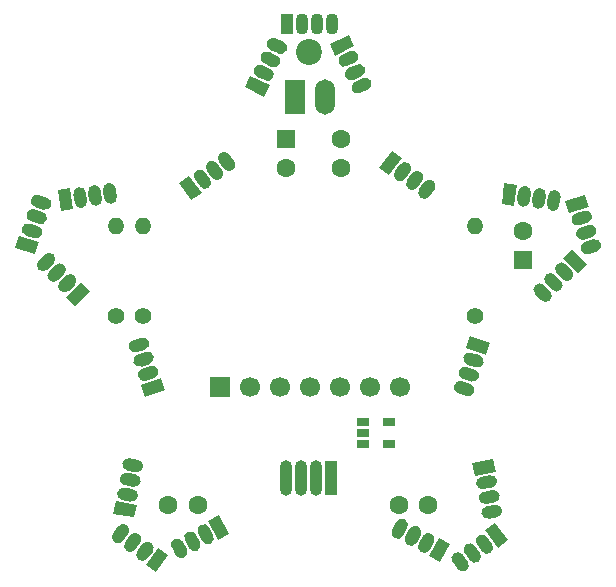
<source format=gbr>
%TF.GenerationSoftware,KiCad,Pcbnew,(5.1.9)-1*%
%TF.CreationDate,2021-09-13T22:43:28+02:00*%
%TF.ProjectId,star,73746172-2e6b-4696-9361-645f70636258,rev?*%
%TF.SameCoordinates,Original*%
%TF.FileFunction,Soldermask,Bot*%
%TF.FilePolarity,Negative*%
%FSLAX46Y46*%
G04 Gerber Fmt 4.6, Leading zero omitted, Abs format (unit mm)*
G04 Created by KiCad (PCBNEW (5.1.9)-1) date 2021-09-13 22:43:28*
%MOMM*%
%LPD*%
G01*
G04 APERTURE LIST*
%ADD10C,0.100000*%
%ADD11O,1.070000X1.800000*%
%ADD12R,1.070000X1.800000*%
%ADD13O,1.700000X3.000000*%
%ADD14R,1.700000X3.000000*%
%ADD15C,1.700000*%
%ADD16R,1.700000X1.700000*%
%ADD17C,2.200000*%
%ADD18O,1.400000X1.400000*%
%ADD19C,1.400000*%
%ADD20C,1.600000*%
%ADD21R,1.600000X1.600000*%
%ADD22O,1.070000X3.000000*%
%ADD23R,1.070000X3.000000*%
%ADD24R,1.060000X0.650000*%
G04 APERTURE END LIST*
%TO.C,D7*%
G36*
G01*
X76292319Y-81576131D02*
X75776131Y-82092319D01*
G75*
G02*
X75019527Y-82092319I-378302J378302D01*
G01*
X75019527Y-82092319D01*
G75*
G02*
X75019527Y-81335715I378302J378302D01*
G01*
X75535715Y-80819527D01*
G75*
G02*
X76292319Y-80819527I378302J-378302D01*
G01*
X76292319Y-80819527D01*
G75*
G02*
X76292319Y-81576131I-378302J-378302D01*
G01*
G37*
G36*
G01*
X77190345Y-82474157D02*
X76674157Y-82990345D01*
G75*
G02*
X75917553Y-82990345I-378302J378302D01*
G01*
X75917553Y-82990345D01*
G75*
G02*
X75917553Y-82233741I378302J378302D01*
G01*
X76433741Y-81717553D01*
G75*
G02*
X77190345Y-81717553I378302J-378302D01*
G01*
X77190345Y-81717553D01*
G75*
G02*
X77190345Y-82474157I-378302J-378302D01*
G01*
G37*
G36*
G01*
X78088370Y-83372182D02*
X77572182Y-83888370D01*
G75*
G02*
X76815578Y-83888370I-378302J378302D01*
G01*
X76815578Y-83888370D01*
G75*
G02*
X76815578Y-83131766I378302J378302D01*
G01*
X77331766Y-82615578D01*
G75*
G02*
X78088370Y-82615578I378302J-378302D01*
G01*
X78088370Y-82615578D01*
G75*
G02*
X78088370Y-83372182I-378302J-378302D01*
G01*
G37*
D10*
G36*
X79364698Y-83891906D02*
G01*
X78091906Y-85164698D01*
X77335302Y-84408094D01*
X78608094Y-83135302D01*
X79364698Y-83891906D01*
G37*
%TD*%
%TO.C,D6*%
G36*
G01*
X75431812Y-77021606D02*
X74737540Y-76796024D01*
G75*
G02*
X74394049Y-76121885I165324J508815D01*
G01*
X74394049Y-76121885D01*
G75*
G02*
X75068188Y-75778394I508815J-165324D01*
G01*
X75762460Y-76003976D01*
G75*
G02*
X76105951Y-76678115I-165324J-508815D01*
G01*
X76105951Y-76678115D01*
G75*
G02*
X75431812Y-77021606I-508815J165324D01*
G01*
G37*
G36*
G01*
X75039360Y-78229447D02*
X74345088Y-78003865D01*
G75*
G02*
X74001597Y-77329726I165324J508815D01*
G01*
X74001597Y-77329726D01*
G75*
G02*
X74675736Y-76986235I508815J-165324D01*
G01*
X75370008Y-77211817D01*
G75*
G02*
X75713499Y-77885956I-165324J-508815D01*
G01*
X75713499Y-77885956D01*
G75*
G02*
X75039360Y-78229447I-508815J165324D01*
G01*
G37*
G36*
G01*
X74646909Y-79437289D02*
X73952637Y-79211707D01*
G75*
G02*
X73609146Y-78537568I165324J508815D01*
G01*
X73609146Y-78537568D01*
G75*
G02*
X74283285Y-78194077I508815J-165324D01*
G01*
X74977557Y-78419659D01*
G75*
G02*
X75321048Y-79093798I-165324J-508815D01*
G01*
X75321048Y-79093798D01*
G75*
G02*
X74646909Y-79437289I-508815J165324D01*
G01*
G37*
G36*
X74763272Y-80810456D02*
G01*
X73051370Y-80254225D01*
X73382018Y-79236594D01*
X75093920Y-79792825D01*
X74763272Y-80810456D01*
G37*
%TD*%
%TO.C,D5*%
G36*
X76887822Y-77142449D02*
G01*
X76637311Y-75359966D01*
X77696898Y-75211051D01*
X77947409Y-76993534D01*
X76887822Y-77142449D01*
G37*
G36*
G01*
X78071005Y-76435906D02*
X77969409Y-75713010D01*
G75*
G02*
X78424744Y-75108759I529793J74458D01*
G01*
X78424744Y-75108759D01*
G75*
G02*
X79028995Y-75564094I74458J-529793D01*
G01*
X79130591Y-76286990D01*
G75*
G02*
X78675256Y-76891241I-529793J-74458D01*
G01*
X78675256Y-76891241D01*
G75*
G02*
X78071005Y-76435906I-74458J529793D01*
G01*
G37*
G36*
G01*
X79328646Y-76259156D02*
X79227050Y-75536260D01*
G75*
G02*
X79682385Y-74932009I529793J74458D01*
G01*
X79682385Y-74932009D01*
G75*
G02*
X80286636Y-75387344I74458J-529793D01*
G01*
X80388232Y-76110240D01*
G75*
G02*
X79932897Y-76714491I-529793J-74458D01*
G01*
X79932897Y-76714491D01*
G75*
G02*
X79328646Y-76259156I-74458J529793D01*
G01*
G37*
G36*
G01*
X80586286Y-76082406D02*
X80484690Y-75359510D01*
G75*
G02*
X80940025Y-74755259I529793J74458D01*
G01*
X80940025Y-74755259D01*
G75*
G02*
X81544276Y-75210594I74458J-529793D01*
G01*
X81645872Y-75933490D01*
G75*
G02*
X81190537Y-76537741I-529793J-74458D01*
G01*
X81190537Y-76537741D01*
G75*
G02*
X80586286Y-76082406I-74458J529793D01*
G01*
G37*
%TD*%
%TO.C,D4*%
G36*
X87963828Y-76232042D02*
G01*
X86905814Y-74775812D01*
X87771462Y-74146882D01*
X88829476Y-75603112D01*
X87963828Y-76232042D01*
G37*
G36*
G01*
X88676815Y-75052731D02*
X88247731Y-74462149D01*
G75*
G02*
X88366090Y-73714860I432824J314465D01*
G01*
X88366090Y-73714860D01*
G75*
G02*
X89113379Y-73833219I314465J-432824D01*
G01*
X89542463Y-74423801D01*
G75*
G02*
X89424104Y-75171090I-432824J-314465D01*
G01*
X89424104Y-75171090D01*
G75*
G02*
X88676815Y-75052731I-314465J432824D01*
G01*
G37*
G36*
G01*
X89704266Y-74306243D02*
X89275182Y-73715661D01*
G75*
G02*
X89393541Y-72968372I432824J314465D01*
G01*
X89393541Y-72968372D01*
G75*
G02*
X90140830Y-73086731I314465J-432824D01*
G01*
X90569914Y-73677313D01*
G75*
G02*
X90451555Y-74424602I-432824J-314465D01*
G01*
X90451555Y-74424602D01*
G75*
G02*
X89704266Y-74306243I-314465J432824D01*
G01*
G37*
G36*
G01*
X90731718Y-73559756D02*
X90302634Y-72969174D01*
G75*
G02*
X90420993Y-72221885I432824J314465D01*
G01*
X90420993Y-72221885D01*
G75*
G02*
X91168282Y-72340244I314465J-432824D01*
G01*
X91597366Y-72930826D01*
G75*
G02*
X91479007Y-73678115I-432824J-314465D01*
G01*
X91479007Y-73678115D01*
G75*
G02*
X90731718Y-73559756I-314465J432824D01*
G01*
G37*
%TD*%
%TO.C,D3*%
G36*
G01*
X95300262Y-63799392D02*
X94644142Y-63479382D01*
G75*
G02*
X94397816Y-62763998I234529J480855D01*
G01*
X94397816Y-62763998D01*
G75*
G02*
X95113200Y-62517672I480855J-234529D01*
G01*
X95769320Y-62837682D01*
G75*
G02*
X96015646Y-63553066I-234529J-480855D01*
G01*
X96015646Y-63553066D01*
G75*
G02*
X95300262Y-63799392I-480855J234529D01*
G01*
G37*
G36*
G01*
X94743531Y-64940860D02*
X94087411Y-64620850D01*
G75*
G02*
X93841085Y-63905466I234529J480855D01*
G01*
X93841085Y-63905466D01*
G75*
G02*
X94556469Y-63659140I480855J-234529D01*
G01*
X95212589Y-63979150D01*
G75*
G02*
X95458915Y-64694534I-234529J-480855D01*
G01*
X95458915Y-64694534D01*
G75*
G02*
X94743531Y-64940860I-480855J234529D01*
G01*
G37*
G36*
G01*
X94186799Y-66082329D02*
X93530679Y-65762319D01*
G75*
G02*
X93284353Y-65046935I234529J480855D01*
G01*
X93284353Y-65046935D01*
G75*
G02*
X93999737Y-64800609I480855J-234529D01*
G01*
X94655857Y-65120619D01*
G75*
G02*
X94902183Y-65836003I-234529J-480855D01*
G01*
X94902183Y-65836003D01*
G75*
G02*
X94186799Y-66082329I-480855J234529D01*
G01*
G37*
G36*
X94110923Y-67458326D02*
G01*
X92493094Y-66669258D01*
X92962151Y-65707548D01*
X94579980Y-66496616D01*
X94110923Y-67458326D01*
G37*
%TD*%
D11*
%TO.C,D2*%
X99890000Y-61300000D03*
X98620000Y-61300000D03*
X97350000Y-61300000D03*
D12*
X96080000Y-61300000D03*
%TD*%
%TO.C,D1*%
G36*
G01*
X101807605Y-66203555D02*
X102463725Y-65883545D01*
G75*
G02*
X103179109Y-66129871I234529J-480855D01*
G01*
X103179109Y-66129871D01*
G75*
G02*
X102932783Y-66845255I-480855J-234529D01*
G01*
X102276663Y-67165265D01*
G75*
G02*
X101561279Y-66918939I-234529J480855D01*
G01*
X101561279Y-66918939D01*
G75*
G02*
X101807605Y-66203555I480855J234529D01*
G01*
G37*
G36*
G01*
X101250874Y-65062087D02*
X101906994Y-64742077D01*
G75*
G02*
X102622378Y-64988403I234529J-480855D01*
G01*
X102622378Y-64988403D01*
G75*
G02*
X102376052Y-65703787I-480855J-234529D01*
G01*
X101719932Y-66023797D01*
G75*
G02*
X101004548Y-65777471I-234529J480855D01*
G01*
X101004548Y-65777471D01*
G75*
G02*
X101250874Y-65062087I480855J234529D01*
G01*
G37*
G36*
G01*
X100694142Y-63920618D02*
X101350262Y-63600608D01*
G75*
G02*
X102065646Y-63846934I234529J-480855D01*
G01*
X102065646Y-63846934D01*
G75*
G02*
X101819320Y-64562318I-480855J-234529D01*
G01*
X101163200Y-64882328D01*
G75*
G02*
X100447816Y-64636002I-234529J480855D01*
G01*
X100447816Y-64636002D01*
G75*
G02*
X100694142Y-63920618I480855J234529D01*
G01*
G37*
D10*
G36*
X99656557Y-63013679D02*
G01*
X101274386Y-62224611D01*
X101743443Y-63186321D01*
X100125614Y-63975389D01*
X99656557Y-63013679D01*
G37*
%TD*%
%TO.C,D20*%
G36*
G01*
X107252634Y-75280826D02*
X107681718Y-74690244D01*
G75*
G02*
X108429007Y-74571885I432824J-314465D01*
G01*
X108429007Y-74571885D01*
G75*
G02*
X108547366Y-75319174I-314465J-432824D01*
G01*
X108118282Y-75909756D01*
G75*
G02*
X107370993Y-76028115I-432824J314465D01*
G01*
X107370993Y-76028115D01*
G75*
G02*
X107252634Y-75280826I314465J432824D01*
G01*
G37*
G36*
G01*
X106225182Y-74534339D02*
X106654266Y-73943757D01*
G75*
G02*
X107401555Y-73825398I432824J-314465D01*
G01*
X107401555Y-73825398D01*
G75*
G02*
X107519914Y-74572687I-314465J-432824D01*
G01*
X107090830Y-75163269D01*
G75*
G02*
X106343541Y-75281628I-432824J314465D01*
G01*
X106343541Y-75281628D01*
G75*
G02*
X106225182Y-74534339I314465J432824D01*
G01*
G37*
G36*
G01*
X105197731Y-73787851D02*
X105626815Y-73197269D01*
G75*
G02*
X106374104Y-73078910I432824J-314465D01*
G01*
X106374104Y-73078910D01*
G75*
G02*
X106492463Y-73826199I-314465J-432824D01*
G01*
X106063379Y-74416781D01*
G75*
G02*
X105316090Y-74535140I-432824J314465D01*
G01*
X105316090Y-74535140D01*
G75*
G02*
X105197731Y-73787851I314465J432824D01*
G01*
G37*
G36*
X103855814Y-73474188D02*
G01*
X104913828Y-72017958D01*
X105779476Y-72646888D01*
X104721462Y-74103118D01*
X103855814Y-73474188D01*
G37*
%TD*%
%TO.C,D19*%
G36*
G01*
X118069409Y-76536990D02*
X118171005Y-75814094D01*
G75*
G02*
X118775256Y-75358759I529793J-74458D01*
G01*
X118775256Y-75358759D01*
G75*
G02*
X119230591Y-75963010I-74458J-529793D01*
G01*
X119128995Y-76685906D01*
G75*
G02*
X118524744Y-77141241I-529793J74458D01*
G01*
X118524744Y-77141241D01*
G75*
G02*
X118069409Y-76536990I74458J529793D01*
G01*
G37*
G36*
G01*
X116811769Y-76360240D02*
X116913365Y-75637344D01*
G75*
G02*
X117517616Y-75182009I529793J-74458D01*
G01*
X117517616Y-75182009D01*
G75*
G02*
X117972951Y-75786260I-74458J-529793D01*
G01*
X117871355Y-76509156D01*
G75*
G02*
X117267104Y-76964491I-529793J74458D01*
G01*
X117267104Y-76964491D01*
G75*
G02*
X116811769Y-76360240I74458J529793D01*
G01*
G37*
G36*
G01*
X115554128Y-76183490D02*
X115655724Y-75460594D01*
G75*
G02*
X116259975Y-75005259I529793J-74458D01*
G01*
X116259975Y-75005259D01*
G75*
G02*
X116715310Y-75609510I-74458J-529793D01*
G01*
X116613714Y-76332406D01*
G75*
G02*
X116009463Y-76787741I-529793J74458D01*
G01*
X116009463Y-76787741D01*
G75*
G02*
X115554128Y-76183490I74458J529793D01*
G01*
G37*
G36*
X114222030Y-76536534D02*
G01*
X114472541Y-74754051D01*
X115532128Y-74902966D01*
X115281617Y-76685449D01*
X114222030Y-76536534D01*
G37*
%TD*%
%TO.C,D18*%
G36*
G01*
X121279992Y-79761817D02*
X121974264Y-79536235D01*
G75*
G02*
X122648403Y-79879726I165324J-508815D01*
G01*
X122648403Y-79879726D01*
G75*
G02*
X122304912Y-80553865I-508815J-165324D01*
G01*
X121610640Y-80779447D01*
G75*
G02*
X120936501Y-80435956I-165324J508815D01*
G01*
X120936501Y-80435956D01*
G75*
G02*
X121279992Y-79761817I508815J165324D01*
G01*
G37*
G36*
G01*
X120887540Y-78553976D02*
X121581812Y-78328394D01*
G75*
G02*
X122255951Y-78671885I165324J-508815D01*
G01*
X122255951Y-78671885D01*
G75*
G02*
X121912460Y-79346024I-508815J-165324D01*
G01*
X121218188Y-79571606D01*
G75*
G02*
X120544049Y-79228115I-165324J508815D01*
G01*
X120544049Y-79228115D01*
G75*
G02*
X120887540Y-78553976I508815J165324D01*
G01*
G37*
G36*
G01*
X120495089Y-77346134D02*
X121189361Y-77120552D01*
G75*
G02*
X121863500Y-77464043I165324J-508815D01*
G01*
X121863500Y-77464043D01*
G75*
G02*
X121520009Y-78138182I-508815J-165324D01*
G01*
X120825737Y-78363764D01*
G75*
G02*
X120151598Y-78020273I-165324J508815D01*
G01*
X120151598Y-78020273D01*
G75*
G02*
X120495089Y-77346134I508815J165324D01*
G01*
G37*
G36*
X119593822Y-76303616D02*
G01*
X121305724Y-75747385D01*
X121636372Y-76765016D01*
X119924470Y-77321247D01*
X119593822Y-76303616D01*
G37*
%TD*%
%TO.C,D17*%
G36*
G01*
X117831297Y-83415799D02*
X118338397Y-83940917D01*
G75*
G02*
X118325192Y-84697406I-384847J-371642D01*
G01*
X118325192Y-84697406D01*
G75*
G02*
X117568703Y-84684201I-371642J384847D01*
G01*
X117061603Y-84159083D01*
G75*
G02*
X117074808Y-83402594I384847J371642D01*
G01*
X117074808Y-83402594D01*
G75*
G02*
X117831297Y-83415799I371642J-384847D01*
G01*
G37*
G36*
G01*
X118744859Y-82533583D02*
X119251959Y-83058701D01*
G75*
G02*
X119238754Y-83815190I-384847J-371642D01*
G01*
X119238754Y-83815190D01*
G75*
G02*
X118482265Y-83801985I-371642J384847D01*
G01*
X117975165Y-83276867D01*
G75*
G02*
X117988370Y-82520378I384847J371642D01*
G01*
X117988370Y-82520378D01*
G75*
G02*
X118744859Y-82533583I371642J-384847D01*
G01*
G37*
G36*
G01*
X119658420Y-81651367D02*
X120165520Y-82176485D01*
G75*
G02*
X120152315Y-82932974I-384847J-371642D01*
G01*
X120152315Y-82932974D01*
G75*
G02*
X119395826Y-82919769I-371642J384847D01*
G01*
X118888726Y-82394651D01*
G75*
G02*
X118901931Y-81638162I384847J371642D01*
G01*
X118901931Y-81638162D01*
G75*
G02*
X119658420Y-81651367I371642J-384847D01*
G01*
G37*
G36*
X120200339Y-80384304D02*
G01*
X121450724Y-81679116D01*
X120681031Y-82422400D01*
X119430646Y-81127588D01*
X120200339Y-80384304D01*
G37*
%TD*%
%TO.C,D16*%
G36*
G01*
X110883285Y-91544077D02*
X111577557Y-91769659D01*
G75*
G02*
X111921048Y-92443798I-165324J-508815D01*
G01*
X111921048Y-92443798D01*
G75*
G02*
X111246909Y-92787289I-508815J165324D01*
G01*
X110552637Y-92561707D01*
G75*
G02*
X110209146Y-91887568I165324J508815D01*
G01*
X110209146Y-91887568D01*
G75*
G02*
X110883285Y-91544077I508815J-165324D01*
G01*
G37*
G36*
G01*
X111275737Y-90336236D02*
X111970009Y-90561818D01*
G75*
G02*
X112313500Y-91235957I-165324J-508815D01*
G01*
X112313500Y-91235957D01*
G75*
G02*
X111639361Y-91579448I-508815J165324D01*
G01*
X110945089Y-91353866D01*
G75*
G02*
X110601598Y-90679727I165324J508815D01*
G01*
X110601598Y-90679727D01*
G75*
G02*
X111275737Y-90336236I508815J-165324D01*
G01*
G37*
G36*
G01*
X111668188Y-89128394D02*
X112362460Y-89353976D01*
G75*
G02*
X112705951Y-90028115I-165324J-508815D01*
G01*
X112705951Y-90028115D01*
G75*
G02*
X112031812Y-90371606I-508815J165324D01*
G01*
X111337540Y-90146024D01*
G75*
G02*
X110994049Y-89471885I165324J508815D01*
G01*
X110994049Y-89471885D01*
G75*
G02*
X111668188Y-89128394I508815J-165324D01*
G01*
G37*
G36*
X111551825Y-87755227D02*
G01*
X113263727Y-88311458D01*
X112933079Y-89329089D01*
X111221177Y-88772858D01*
X111551825Y-87755227D01*
G37*
%TD*%
%TO.C,D15*%
G36*
G01*
X112947643Y-102136510D02*
X113666553Y-102009746D01*
G75*
G02*
X114286327Y-102443716I92902J-526872D01*
G01*
X114286327Y-102443716D01*
G75*
G02*
X113852357Y-103063490I-526872J-92902D01*
G01*
X113133447Y-103190254D01*
G75*
G02*
X112513673Y-102756284I-92902J526872D01*
G01*
X112513673Y-102756284D01*
G75*
G02*
X112947643Y-102136510I526872J92902D01*
G01*
G37*
G36*
G01*
X112727109Y-100885804D02*
X113446019Y-100759040D01*
G75*
G02*
X114065793Y-101193010I92902J-526872D01*
G01*
X114065793Y-101193010D01*
G75*
G02*
X113631823Y-101812784I-526872J-92902D01*
G01*
X112912913Y-101939548D01*
G75*
G02*
X112293139Y-101505578I-92902J526872D01*
G01*
X112293139Y-101505578D01*
G75*
G02*
X112727109Y-100885804I526872J92902D01*
G01*
G37*
G36*
G01*
X112506576Y-99635098D02*
X113225486Y-99508334D01*
G75*
G02*
X113845260Y-99942304I92902J-526872D01*
G01*
X113845260Y-99942304D01*
G75*
G02*
X113411290Y-100562078I-526872J-92902D01*
G01*
X112692380Y-100688842D01*
G75*
G02*
X112072606Y-100254872I-92902J526872D01*
G01*
X112072606Y-100254872D01*
G75*
G02*
X112506576Y-99635098I526872J92902D01*
G01*
G37*
G36*
X111759171Y-98477293D02*
G01*
X113531825Y-98164726D01*
X113717629Y-99218471D01*
X111944975Y-99531038D01*
X111759171Y-98477293D01*
G37*
%TD*%
%TO.C,D14*%
G36*
G01*
X110935927Y-106229706D02*
X111365011Y-106820288D01*
G75*
G02*
X111246652Y-107567577I-432824J-314465D01*
G01*
X111246652Y-107567577D01*
G75*
G02*
X110499363Y-107449218I-314465J432824D01*
G01*
X110070279Y-106858636D01*
G75*
G02*
X110188638Y-106111347I432824J314465D01*
G01*
X110188638Y-106111347D01*
G75*
G02*
X110935927Y-106229706I314465J-432824D01*
G01*
G37*
G36*
G01*
X111963379Y-105483219D02*
X112392463Y-106073801D01*
G75*
G02*
X112274104Y-106821090I-432824J-314465D01*
G01*
X112274104Y-106821090D01*
G75*
G02*
X111526815Y-106702731I-314465J432824D01*
G01*
X111097731Y-106112149D01*
G75*
G02*
X111216090Y-105364860I432824J314465D01*
G01*
X111216090Y-105364860D01*
G75*
G02*
X111963379Y-105483219I314465J-432824D01*
G01*
G37*
G36*
G01*
X112990830Y-104736731D02*
X113419914Y-105327313D01*
G75*
G02*
X113301555Y-106074602I-432824J-314465D01*
G01*
X113301555Y-106074602D01*
G75*
G02*
X112554266Y-105956243I-314465J432824D01*
G01*
X112125182Y-105365661D01*
G75*
G02*
X112243541Y-104618372I432824J314465D01*
G01*
X112243541Y-104618372D01*
G75*
G02*
X112990830Y-104736731I314465J-432824D01*
G01*
G37*
G36*
X113703817Y-103557420D02*
G01*
X114761831Y-105013650D01*
X113896183Y-105642580D01*
X112838169Y-104186350D01*
X113703817Y-103557420D01*
G37*
%TD*%
%TO.C,D13*%
G36*
G01*
X106243734Y-103978891D02*
X105901020Y-104623443D01*
G75*
G02*
X105177476Y-104844653I-472377J251167D01*
G01*
X105177476Y-104844653D01*
G75*
G02*
X104956266Y-104121109I251167J472377D01*
G01*
X105298980Y-103476557D01*
G75*
G02*
X106022524Y-103255347I472377J-251167D01*
G01*
X106022524Y-103255347D01*
G75*
G02*
X106243734Y-103978891I-251167J-472377D01*
G01*
G37*
G36*
G01*
X107365077Y-104575120D02*
X107022363Y-105219672D01*
G75*
G02*
X106298819Y-105440882I-472377J251167D01*
G01*
X106298819Y-105440882D01*
G75*
G02*
X106077609Y-104717338I251167J472377D01*
G01*
X106420323Y-104072786D01*
G75*
G02*
X107143867Y-103851576I472377J-251167D01*
G01*
X107143867Y-103851576D01*
G75*
G02*
X107365077Y-104575120I-251167J-472377D01*
G01*
G37*
G36*
G01*
X108486421Y-105171349D02*
X108143707Y-105815901D01*
G75*
G02*
X107420163Y-106037111I-472377J251167D01*
G01*
X107420163Y-106037111D01*
G75*
G02*
X107198953Y-105313567I251167J472377D01*
G01*
X107541667Y-104669015D01*
G75*
G02*
X108265211Y-104447805I472377J-251167D01*
G01*
X108265211Y-104447805D01*
G75*
G02*
X108486421Y-105171349I-251167J-472377D01*
G01*
G37*
G36*
X109858931Y-105295201D02*
G01*
X109013883Y-106884507D01*
X108069129Y-106382173D01*
X108914177Y-104792867D01*
X109858931Y-105295201D01*
G37*
%TD*%
%TO.C,D8*%
G36*
G01*
X84035105Y-88872499D02*
X83340833Y-89098081D01*
G75*
G02*
X82666694Y-88754590I-165324J508815D01*
G01*
X82666694Y-88754590D01*
G75*
G02*
X83010185Y-88080451I508815J165324D01*
G01*
X83704457Y-87854869D01*
G75*
G02*
X84378596Y-88198360I165324J-508815D01*
G01*
X84378596Y-88198360D01*
G75*
G02*
X84035105Y-88872499I-508815J-165324D01*
G01*
G37*
G36*
G01*
X84427557Y-90080340D02*
X83733285Y-90305922D01*
G75*
G02*
X83059146Y-89962431I-165324J508815D01*
G01*
X83059146Y-89962431D01*
G75*
G02*
X83402637Y-89288292I508815J165324D01*
G01*
X84096909Y-89062710D01*
G75*
G02*
X84771048Y-89406201I165324J-508815D01*
G01*
X84771048Y-89406201D01*
G75*
G02*
X84427557Y-90080340I-508815J-165324D01*
G01*
G37*
G36*
G01*
X84820008Y-91288182D02*
X84125736Y-91513764D01*
G75*
G02*
X83451597Y-91170273I-165324J508815D01*
G01*
X83451597Y-91170273D01*
G75*
G02*
X83795088Y-90496134I508815J165324D01*
G01*
X84489360Y-90270552D01*
G75*
G02*
X85163499Y-90614043I165324J-508815D01*
G01*
X85163499Y-90614043D01*
G75*
G02*
X84820008Y-91288182I-508815J-165324D01*
G01*
G37*
G36*
X85721275Y-92330700D02*
G01*
X84009373Y-92886931D01*
X83678725Y-91869300D01*
X85390627Y-91313069D01*
X85721275Y-92330700D01*
G37*
%TD*%
%TO.C,D9*%
G36*
G01*
X83266553Y-99240254D02*
X82547643Y-99113490D01*
G75*
G02*
X82113673Y-98493716I92902J526872D01*
G01*
X82113673Y-98493716D01*
G75*
G02*
X82733447Y-98059746I526872J-92902D01*
G01*
X83452357Y-98186510D01*
G75*
G02*
X83886327Y-98806284I-92902J-526872D01*
G01*
X83886327Y-98806284D01*
G75*
G02*
X83266553Y-99240254I-526872J92902D01*
G01*
G37*
G36*
G01*
X83046019Y-100490960D02*
X82327109Y-100364196D01*
G75*
G02*
X81893139Y-99744422I92902J526872D01*
G01*
X81893139Y-99744422D01*
G75*
G02*
X82512913Y-99310452I526872J-92902D01*
G01*
X83231823Y-99437216D01*
G75*
G02*
X83665793Y-100056990I-92902J-526872D01*
G01*
X83665793Y-100056990D01*
G75*
G02*
X83046019Y-100490960I-526872J92902D01*
G01*
G37*
G36*
G01*
X82825486Y-101741666D02*
X82106576Y-101614902D01*
G75*
G02*
X81672606Y-100995128I92902J526872D01*
G01*
X81672606Y-100995128D01*
G75*
G02*
X82292380Y-100561158I526872J-92902D01*
G01*
X83011290Y-100687922D01*
G75*
G02*
X83445260Y-101307696I-92902J-526872D01*
G01*
X83445260Y-101307696D01*
G75*
G02*
X82825486Y-101741666I-526872J92902D01*
G01*
G37*
G36*
X83131825Y-103085274D02*
G01*
X81359171Y-102772707D01*
X81544975Y-101718962D01*
X83317629Y-102031529D01*
X83131825Y-103085274D01*
G37*
%TD*%
%TO.C,D10*%
G36*
G01*
X82619914Y-104472687D02*
X82190830Y-105063269D01*
G75*
G02*
X81443541Y-105181628I-432824J314465D01*
G01*
X81443541Y-105181628D01*
G75*
G02*
X81325182Y-104434339I314465J432824D01*
G01*
X81754266Y-103843757D01*
G75*
G02*
X82501555Y-103725398I432824J-314465D01*
G01*
X82501555Y-103725398D01*
G75*
G02*
X82619914Y-104472687I-314465J-432824D01*
G01*
G37*
G36*
G01*
X83647366Y-105219174D02*
X83218282Y-105809756D01*
G75*
G02*
X82470993Y-105928115I-432824J314465D01*
G01*
X82470993Y-105928115D01*
G75*
G02*
X82352634Y-105180826I314465J432824D01*
G01*
X82781718Y-104590244D01*
G75*
G02*
X83529007Y-104471885I432824J-314465D01*
G01*
X83529007Y-104471885D01*
G75*
G02*
X83647366Y-105219174I-314465J-432824D01*
G01*
G37*
G36*
G01*
X84674817Y-105965662D02*
X84245733Y-106556244D01*
G75*
G02*
X83498444Y-106674603I-432824J314465D01*
G01*
X83498444Y-106674603D01*
G75*
G02*
X83380085Y-105927314I314465J432824D01*
G01*
X83809169Y-105336732D01*
G75*
G02*
X84556458Y-105218373I432824J-314465D01*
G01*
X84556458Y-105218373D01*
G75*
G02*
X84674817Y-105965662I-314465J-432824D01*
G01*
G37*
G36*
X86016734Y-106279325D02*
G01*
X84958720Y-107735555D01*
X84093072Y-107106625D01*
X85151086Y-105650395D01*
X86016734Y-106279325D01*
G37*
%TD*%
%TO.C,D11*%
G36*
G01*
X87229677Y-105122786D02*
X87572391Y-105767338D01*
G75*
G02*
X87351181Y-106490882I-472377J-251167D01*
G01*
X87351181Y-106490882D01*
G75*
G02*
X86627637Y-106269672I-251167J472377D01*
G01*
X86284923Y-105625120D01*
G75*
G02*
X86506133Y-104901576I472377J251167D01*
G01*
X86506133Y-104901576D01*
G75*
G02*
X87229677Y-105122786I251167J-472377D01*
G01*
G37*
G36*
G01*
X88351020Y-104526557D02*
X88693734Y-105171109D01*
G75*
G02*
X88472524Y-105894653I-472377J-251167D01*
G01*
X88472524Y-105894653D01*
G75*
G02*
X87748980Y-105673443I-251167J472377D01*
G01*
X87406266Y-105028891D01*
G75*
G02*
X87627476Y-104305347I472377J251167D01*
G01*
X87627476Y-104305347D01*
G75*
G02*
X88351020Y-104526557I251167J-472377D01*
G01*
G37*
G36*
G01*
X89472364Y-103930328D02*
X89815078Y-104574880D01*
G75*
G02*
X89593868Y-105298424I-472377J-251167D01*
G01*
X89593868Y-105298424D01*
G75*
G02*
X88870324Y-105077214I-251167J472377D01*
G01*
X88527610Y-104432662D01*
G75*
G02*
X88748820Y-103709118I472377J251167D01*
G01*
X88748820Y-103709118D01*
G75*
G02*
X89472364Y-103930328I251167J-472377D01*
G01*
G37*
G36*
X90342540Y-102861722D02*
G01*
X91187588Y-104451028D01*
X90242834Y-104953362D01*
X89397786Y-103364056D01*
X90342540Y-102861722D01*
G37*
%TD*%
D13*
%TO.C,J1*%
X99240000Y-67500000D03*
D14*
X96700000Y-67500000D03*
%TD*%
D15*
%TO.C,J2*%
X105620000Y-92000000D03*
D16*
X90380000Y-92000000D03*
D15*
X92920000Y-92000000D03*
X95460000Y-92000000D03*
X98000000Y-92000000D03*
X100540000Y-92000000D03*
X103080000Y-92000000D03*
%TD*%
D17*
%TO.C,REF\u002A\u002A*%
X97900000Y-63700000D03*
%TD*%
D18*
%TO.C,R3*%
X112000000Y-78380000D03*
D19*
X112000000Y-86000000D03*
%TD*%
D18*
%TO.C,R2*%
X83900000Y-78380000D03*
D19*
X83900000Y-86000000D03*
%TD*%
D18*
%TO.C,R1*%
X81600000Y-78380000D03*
D19*
X81600000Y-86000000D03*
%TD*%
D20*
%TO.C,C5*%
X108000000Y-102000000D03*
X105500000Y-102000000D03*
%TD*%
%TO.C,C4*%
X86000000Y-102000000D03*
X88500000Y-102000000D03*
%TD*%
%TO.C,C3*%
X100600000Y-73500000D03*
X100600000Y-71000000D03*
%TD*%
%TO.C,C2*%
X116000000Y-78800000D03*
D21*
X116000000Y-81300000D03*
%TD*%
D20*
%TO.C,C1*%
X96000000Y-73500000D03*
D21*
X96000000Y-71000000D03*
%TD*%
D22*
%TO.C,D12*%
X95990000Y-99750000D03*
X97260000Y-99750000D03*
X98530000Y-99750000D03*
D23*
X99800000Y-99750000D03*
%TD*%
D24*
%TO.C,U2*%
X104700000Y-96900000D03*
X104700000Y-95000000D03*
X102500000Y-95000000D03*
X102500000Y-95950000D03*
X102500000Y-96900000D03*
%TD*%
M02*

</source>
